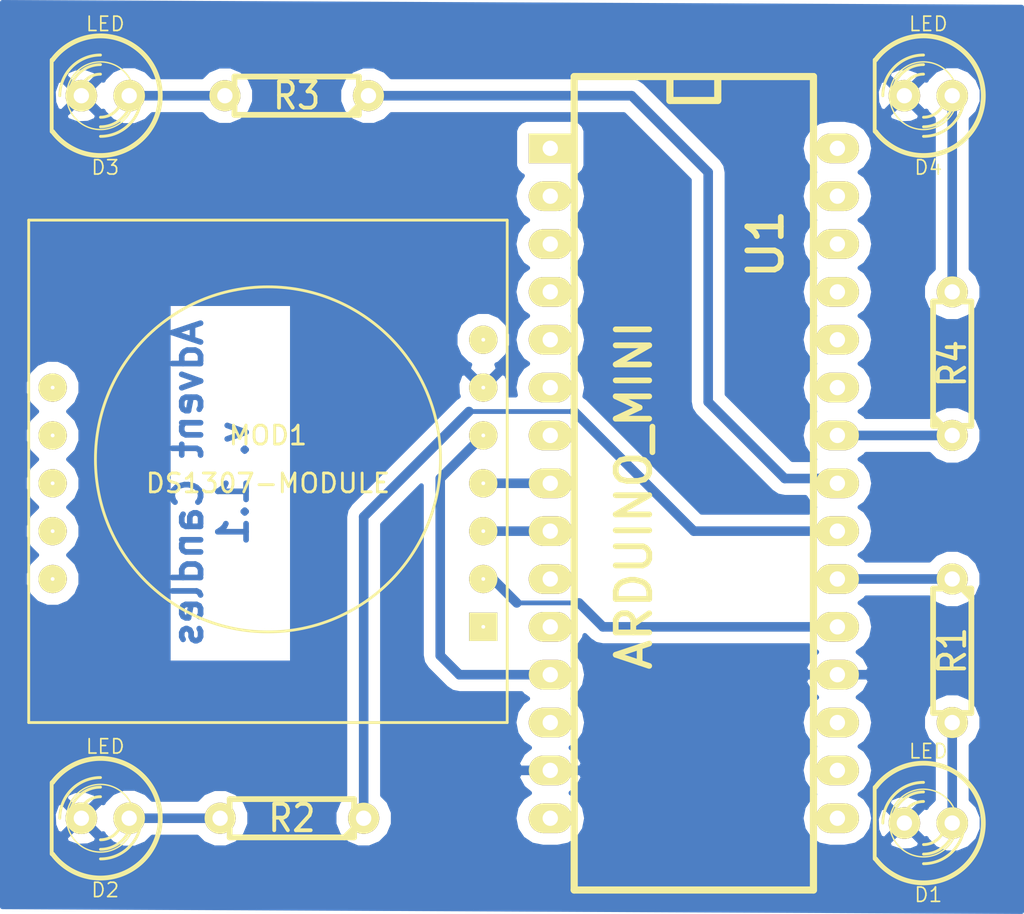
<source format=kicad_pcb>
(kicad_pcb (version 3) (host pcbnew "(2013-07-07 BZR 4022)-stable")

  (general
    (links 18)
    (no_connects 0)
    (area 34.544 32.766 88.900001 81.280001)
    (thickness 1.6)
    (drawings 1)
    (tracks 37)
    (zones 0)
    (modules 10)
    (nets 14)
  )

  (page A3)
  (layers
    (15 F.Cu signal)
    (0 B.Cu signal)
    (16 B.Adhes user)
    (17 F.Adhes user)
    (18 B.Paste user)
    (19 F.Paste user)
    (20 B.SilkS user)
    (21 F.SilkS user)
    (22 B.Mask user)
    (23 F.Mask user)
    (24 Dwgs.User user)
    (25 Cmts.User user)
    (26 Eco1.User user)
    (27 Eco2.User user)
    (28 Edge.Cuts user)
  )

  (setup
    (last_trace_width 0.508)
    (trace_clearance 0.254)
    (zone_clearance 0.618)
    (zone_45_only no)
    (trace_min 0.254)
    (segment_width 0.2)
    (edge_width 0.15)
    (via_size 0.889)
    (via_drill 0.635)
    (via_min_size 0.889)
    (via_min_drill 0.508)
    (uvia_size 0.508)
    (uvia_drill 0.127)
    (uvias_allowed no)
    (uvia_min_size 0.508)
    (uvia_min_drill 0.127)
    (pcb_text_width 0.3)
    (pcb_text_size 1.5 1.5)
    (mod_edge_width 0.15)
    (mod_text_size 1.5 1.5)
    (mod_text_width 0.15)
    (pad_size 1.5 1.5)
    (pad_drill 0.2)
    (pad_to_mask_clearance 0.2)
    (aux_axis_origin 0 0)
    (visible_elements 7FFFFFFF)
    (pcbplotparams
      (layerselection 3178497)
      (usegerberextensions true)
      (excludeedgelayer true)
      (linewidth 0.500000)
      (plotframeref false)
      (viasonmask false)
      (mode 1)
      (useauxorigin false)
      (hpglpennumber 1)
      (hpglpenspeed 20)
      (hpglpendiameter 15)
      (hpglpenoverlay 2)
      (psnegative false)
      (psa4output false)
      (plotreference true)
      (plotvalue true)
      (plotothertext true)
      (plotinvisibletext false)
      (padsonsilk false)
      (subtractmaskfromsilk false)
      (outputformat 1)
      (mirror false)
      (drillshape 1)
      (scaleselection 1)
      (outputdirectory ""))
  )

  (net 0 "")
  (net 1 GND)
  (net 2 N-000001)
  (net 3 N-0000010)
  (net 4 N-0000011)
  (net 5 N-000002)
  (net 6 N-000003)
  (net 7 N-0000032)
  (net 8 N-0000033)
  (net 9 N-000004)
  (net 10 N-000006)
  (net 11 N-000007)
  (net 12 N-000008)
  (net 13 N-000009)

  (net_class Default "Toto je výchozí třída sítě."
    (clearance 0.254)
    (trace_width 0.508)
    (via_dia 0.889)
    (via_drill 0.635)
    (uvia_dia 0.508)
    (uvia_drill 0.127)
    (add_net "")
    (add_net GND)
    (add_net N-000001)
    (add_net N-0000010)
    (add_net N-0000011)
    (add_net N-000002)
    (add_net N-000003)
    (add_net N-0000032)
    (add_net N-0000033)
    (add_net N-000004)
    (add_net N-000006)
    (add_net N-000007)
    (add_net N-000008)
    (add_net N-000009)
  )

  (module R3-LARGE_PADS (layer F.Cu) (tedit 54968F7A) (tstamp 54968E37)
    (at 85.09 67.31 270)
    (descr "Resitance 3 pas")
    (tags R)
    (path /5493C763)
    (autoplace_cost180 10)
    (fp_text reference R1 (at 0 0 270) (layer F.SilkS)
      (effects (font (size 1.397 1.27) (thickness 0.2032)))
    )
    (fp_text value R (at 0 0 270) (layer F.SilkS) hide
      (effects (font (size 1.397 1.27) (thickness 0.2032)))
    )
    (fp_line (start -3.81 0) (end -3.302 0) (layer F.SilkS) (width 0.3048))
    (fp_line (start 3.81 0) (end 3.302 0) (layer F.SilkS) (width 0.3048))
    (fp_line (start 3.302 0) (end 3.302 -1.016) (layer F.SilkS) (width 0.3048))
    (fp_line (start 3.302 -1.016) (end -3.302 -1.016) (layer F.SilkS) (width 0.3048))
    (fp_line (start -3.302 -1.016) (end -3.302 1.016) (layer F.SilkS) (width 0.3048))
    (fp_line (start -3.302 1.016) (end 3.302 1.016) (layer F.SilkS) (width 0.3048))
    (fp_line (start 3.302 1.016) (end 3.302 0) (layer F.SilkS) (width 0.3048))
    (fp_line (start -3.302 -0.508) (end -2.794 -1.016) (layer F.SilkS) (width 0.3048))
    (pad 1 thru_hole circle (at -3.81 0 270) (size 1.651 1.651) (drill 0.8128)
      (layers *.Cu *.Mask F.SilkS)
      (net 4 N-0000011)
    )
    (pad 2 thru_hole circle (at 3.81 0 270) (size 1.651 1.651) (drill 0.8128)
      (layers *.Cu *.Mask F.SilkS)
      (net 6 N-000003)
    )
    (model discret/resistor.wrl
      (at (xyz 0 0 0))
      (scale (xyz 0.3 0.3 0.3))
      (rotate (xyz 0 0 0))
    )
  )

  (module R3-LARGE_PADS (layer F.Cu) (tedit 47E26765) (tstamp 54968E45)
    (at 50.038 76.2 180)
    (descr "Resitance 3 pas")
    (tags R)
    (path /5493C770)
    (autoplace_cost180 10)
    (fp_text reference R2 (at 0 0 180) (layer F.SilkS)
      (effects (font (size 1.397 1.27) (thickness 0.2032)))
    )
    (fp_text value R (at 0 0 180) (layer F.SilkS) hide
      (effects (font (size 1.397 1.27) (thickness 0.2032)))
    )
    (fp_line (start -3.81 0) (end -3.302 0) (layer F.SilkS) (width 0.3048))
    (fp_line (start 3.81 0) (end 3.302 0) (layer F.SilkS) (width 0.3048))
    (fp_line (start 3.302 0) (end 3.302 -1.016) (layer F.SilkS) (width 0.3048))
    (fp_line (start 3.302 -1.016) (end -3.302 -1.016) (layer F.SilkS) (width 0.3048))
    (fp_line (start -3.302 -1.016) (end -3.302 1.016) (layer F.SilkS) (width 0.3048))
    (fp_line (start -3.302 1.016) (end 3.302 1.016) (layer F.SilkS) (width 0.3048))
    (fp_line (start 3.302 1.016) (end 3.302 0) (layer F.SilkS) (width 0.3048))
    (fp_line (start -3.302 -0.508) (end -2.794 -1.016) (layer F.SilkS) (width 0.3048))
    (pad 1 thru_hole circle (at -3.81 0 180) (size 1.651 1.651) (drill 0.8128)
      (layers *.Cu *.Mask F.SilkS)
      (net 3 N-0000010)
    )
    (pad 2 thru_hole circle (at 3.81 0 180) (size 1.651 1.651) (drill 0.8128)
      (layers *.Cu *.Mask F.SilkS)
      (net 5 N-000002)
    )
    (model discret/resistor.wrl
      (at (xyz 0 0 0))
      (scale (xyz 0.3 0.3 0.3))
      (rotate (xyz 0 0 0))
    )
  )

  (module R3-LARGE_PADS (layer F.Cu) (tedit 47E26765) (tstamp 54968E53)
    (at 50.292 37.846 180)
    (descr "Resitance 3 pas")
    (tags R)
    (path /5493C776)
    (autoplace_cost180 10)
    (fp_text reference R3 (at 0 0 180) (layer F.SilkS)
      (effects (font (size 1.397 1.27) (thickness 0.2032)))
    )
    (fp_text value R (at 0 0 180) (layer F.SilkS) hide
      (effects (font (size 1.397 1.27) (thickness 0.2032)))
    )
    (fp_line (start -3.81 0) (end -3.302 0) (layer F.SilkS) (width 0.3048))
    (fp_line (start 3.81 0) (end 3.302 0) (layer F.SilkS) (width 0.3048))
    (fp_line (start 3.302 0) (end 3.302 -1.016) (layer F.SilkS) (width 0.3048))
    (fp_line (start 3.302 -1.016) (end -3.302 -1.016) (layer F.SilkS) (width 0.3048))
    (fp_line (start -3.302 -1.016) (end -3.302 1.016) (layer F.SilkS) (width 0.3048))
    (fp_line (start -3.302 1.016) (end 3.302 1.016) (layer F.SilkS) (width 0.3048))
    (fp_line (start 3.302 1.016) (end 3.302 0) (layer F.SilkS) (width 0.3048))
    (fp_line (start -3.302 -0.508) (end -2.794 -1.016) (layer F.SilkS) (width 0.3048))
    (pad 1 thru_hole circle (at -3.81 0 180) (size 1.651 1.651) (drill 0.8128)
      (layers *.Cu *.Mask F.SilkS)
      (net 13 N-000009)
    )
    (pad 2 thru_hole circle (at 3.81 0 180) (size 1.651 1.651) (drill 0.8128)
      (layers *.Cu *.Mask F.SilkS)
      (net 2 N-000001)
    )
    (model discret/resistor.wrl
      (at (xyz 0 0 0))
      (scale (xyz 0.3 0.3 0.3))
      (rotate (xyz 0 0 0))
    )
  )

  (module R3-LARGE_PADS (layer F.Cu) (tedit 47E26765) (tstamp 54968E61)
    (at 85.09 52.07 90)
    (descr "Resitance 3 pas")
    (tags R)
    (path /5493C77C)
    (autoplace_cost180 10)
    (fp_text reference R4 (at 0 0 90) (layer F.SilkS)
      (effects (font (size 1.397 1.27) (thickness 0.2032)))
    )
    (fp_text value R (at 0 0 90) (layer F.SilkS) hide
      (effects (font (size 1.397 1.27) (thickness 0.2032)))
    )
    (fp_line (start -3.81 0) (end -3.302 0) (layer F.SilkS) (width 0.3048))
    (fp_line (start 3.81 0) (end 3.302 0) (layer F.SilkS) (width 0.3048))
    (fp_line (start 3.302 0) (end 3.302 -1.016) (layer F.SilkS) (width 0.3048))
    (fp_line (start 3.302 -1.016) (end -3.302 -1.016) (layer F.SilkS) (width 0.3048))
    (fp_line (start -3.302 -1.016) (end -3.302 1.016) (layer F.SilkS) (width 0.3048))
    (fp_line (start -3.302 1.016) (end 3.302 1.016) (layer F.SilkS) (width 0.3048))
    (fp_line (start 3.302 1.016) (end 3.302 0) (layer F.SilkS) (width 0.3048))
    (fp_line (start -3.302 -0.508) (end -2.794 -1.016) (layer F.SilkS) (width 0.3048))
    (pad 1 thru_hole circle (at -3.81 0 90) (size 1.651 1.651) (drill 0.8128)
      (layers *.Cu *.Mask F.SilkS)
      (net 12 N-000008)
    )
    (pad 2 thru_hole circle (at 3.81 0 90) (size 1.651 1.651) (drill 0.8128)
      (layers *.Cu *.Mask F.SilkS)
      (net 9 N-000004)
    )
    (model discret/resistor.wrl
      (at (xyz 0 0 0))
      (scale (xyz 0.3 0.3 0.3))
      (rotate (xyz 0 0 0))
    )
  )

  (module LED-5MM (layer F.Cu) (tedit 50ADE86B) (tstamp 54969277)
    (at 83.82 76.454 180)
    (descr "LED 5mm - Lead pitch 100mil (2,54mm)")
    (tags "LED led 5mm 5MM 100mil 2,54mm")
    (path /5493C784)
    (fp_text reference D1 (at 0 -3.81 180) (layer F.SilkS)
      (effects (font (size 0.762 0.762) (thickness 0.0889)))
    )
    (fp_text value LED (at 0 3.81 180) (layer F.SilkS)
      (effects (font (size 0.762 0.762) (thickness 0.0889)))
    )
    (fp_line (start 2.8448 1.905) (end 2.8448 -1.905) (layer F.SilkS) (width 0.2032))
    (fp_circle (center 0.254 0) (end -1.016 1.27) (layer F.SilkS) (width 0.0762))
    (fp_arc (start 0.254 0) (end 2.794 1.905) (angle 286.2) (layer F.SilkS) (width 0.254))
    (fp_arc (start 0.254 0) (end -0.889 0) (angle 90) (layer F.SilkS) (width 0.1524))
    (fp_arc (start 0.254 0) (end 1.397 0) (angle 90) (layer F.SilkS) (width 0.1524))
    (fp_arc (start 0.254 0) (end -1.397 0) (angle 90) (layer F.SilkS) (width 0.1524))
    (fp_arc (start 0.254 0) (end 1.905 0) (angle 90) (layer F.SilkS) (width 0.1524))
    (fp_arc (start 0.254 0) (end -1.905 0) (angle 90) (layer F.SilkS) (width 0.1524))
    (fp_arc (start 0.254 0) (end 2.413 0) (angle 90) (layer F.SilkS) (width 0.1524))
    (pad 1 thru_hole circle (at -1.27 0 180) (size 1.6764 1.6764) (drill 0.8128)
      (layers *.Cu *.Mask F.SilkS)
      (net 6 N-000003)
    )
    (pad 2 thru_hole circle (at 1.27 0 180) (size 1.6764 1.6764) (drill 0.8128)
      (layers *.Cu *.Mask F.SilkS)
      (net 1 GND)
    )
    (model discret/leds/led5_vertical_verde.wrl
      (at (xyz 0 0 0))
      (scale (xyz 1 1 1))
      (rotate (xyz 0 0 0))
    )
  )

  (module LED-5MM (layer F.Cu) (tedit 50ADE86B) (tstamp 54968E7F)
    (at 40.132 76.2 180)
    (descr "LED 5mm - Lead pitch 100mil (2,54mm)")
    (tags "LED led 5mm 5MM 100mil 2,54mm")
    (path /5493C791)
    (fp_text reference D2 (at 0 -3.81 180) (layer F.SilkS)
      (effects (font (size 0.762 0.762) (thickness 0.0889)))
    )
    (fp_text value LED (at 0 3.81 180) (layer F.SilkS)
      (effects (font (size 0.762 0.762) (thickness 0.0889)))
    )
    (fp_line (start 2.8448 1.905) (end 2.8448 -1.905) (layer F.SilkS) (width 0.2032))
    (fp_circle (center 0.254 0) (end -1.016 1.27) (layer F.SilkS) (width 0.0762))
    (fp_arc (start 0.254 0) (end 2.794 1.905) (angle 286.2) (layer F.SilkS) (width 0.254))
    (fp_arc (start 0.254 0) (end -0.889 0) (angle 90) (layer F.SilkS) (width 0.1524))
    (fp_arc (start 0.254 0) (end 1.397 0) (angle 90) (layer F.SilkS) (width 0.1524))
    (fp_arc (start 0.254 0) (end -1.397 0) (angle 90) (layer F.SilkS) (width 0.1524))
    (fp_arc (start 0.254 0) (end 1.905 0) (angle 90) (layer F.SilkS) (width 0.1524))
    (fp_arc (start 0.254 0) (end -1.905 0) (angle 90) (layer F.SilkS) (width 0.1524))
    (fp_arc (start 0.254 0) (end 2.413 0) (angle 90) (layer F.SilkS) (width 0.1524))
    (pad 1 thru_hole circle (at -1.27 0 180) (size 1.6764 1.6764) (drill 0.8128)
      (layers *.Cu *.Mask F.SilkS)
      (net 5 N-000002)
    )
    (pad 2 thru_hole circle (at 1.27 0 180) (size 1.6764 1.6764) (drill 0.8128)
      (layers *.Cu *.Mask F.SilkS)
      (net 1 GND)
    )
    (model discret/leds/led5_vertical_verde.wrl
      (at (xyz 0 0 0))
      (scale (xyz 1 1 1))
      (rotate (xyz 0 0 0))
    )
  )

  (module LED-5MM (layer F.Cu) (tedit 50ADE86B) (tstamp 54968E8E)
    (at 40.132 37.846 180)
    (descr "LED 5mm - Lead pitch 100mil (2,54mm)")
    (tags "LED led 5mm 5MM 100mil 2,54mm")
    (path /5493C797)
    (fp_text reference D3 (at 0 -3.81 180) (layer F.SilkS)
      (effects (font (size 0.762 0.762) (thickness 0.0889)))
    )
    (fp_text value LED (at 0 3.81 180) (layer F.SilkS)
      (effects (font (size 0.762 0.762) (thickness 0.0889)))
    )
    (fp_line (start 2.8448 1.905) (end 2.8448 -1.905) (layer F.SilkS) (width 0.2032))
    (fp_circle (center 0.254 0) (end -1.016 1.27) (layer F.SilkS) (width 0.0762))
    (fp_arc (start 0.254 0) (end 2.794 1.905) (angle 286.2) (layer F.SilkS) (width 0.254))
    (fp_arc (start 0.254 0) (end -0.889 0) (angle 90) (layer F.SilkS) (width 0.1524))
    (fp_arc (start 0.254 0) (end 1.397 0) (angle 90) (layer F.SilkS) (width 0.1524))
    (fp_arc (start 0.254 0) (end -1.397 0) (angle 90) (layer F.SilkS) (width 0.1524))
    (fp_arc (start 0.254 0) (end 1.905 0) (angle 90) (layer F.SilkS) (width 0.1524))
    (fp_arc (start 0.254 0) (end -1.905 0) (angle 90) (layer F.SilkS) (width 0.1524))
    (fp_arc (start 0.254 0) (end 2.413 0) (angle 90) (layer F.SilkS) (width 0.1524))
    (pad 1 thru_hole circle (at -1.27 0 180) (size 1.6764 1.6764) (drill 0.8128)
      (layers *.Cu *.Mask F.SilkS)
      (net 2 N-000001)
    )
    (pad 2 thru_hole circle (at 1.27 0 180) (size 1.6764 1.6764) (drill 0.8128)
      (layers *.Cu *.Mask F.SilkS)
      (net 1 GND)
    )
    (model discret/leds/led5_vertical_verde.wrl
      (at (xyz 0 0 0))
      (scale (xyz 1 1 1))
      (rotate (xyz 0 0 0))
    )
  )

  (module LED-5MM (layer F.Cu) (tedit 50ADE86B) (tstamp 54968E9D)
    (at 83.82 37.846 180)
    (descr "LED 5mm - Lead pitch 100mil (2,54mm)")
    (tags "LED led 5mm 5MM 100mil 2,54mm")
    (path /5493C79D)
    (fp_text reference D4 (at 0 -3.81 180) (layer F.SilkS)
      (effects (font (size 0.762 0.762) (thickness 0.0889)))
    )
    (fp_text value LED (at 0 3.81 180) (layer F.SilkS)
      (effects (font (size 0.762 0.762) (thickness 0.0889)))
    )
    (fp_line (start 2.8448 1.905) (end 2.8448 -1.905) (layer F.SilkS) (width 0.2032))
    (fp_circle (center 0.254 0) (end -1.016 1.27) (layer F.SilkS) (width 0.0762))
    (fp_arc (start 0.254 0) (end 2.794 1.905) (angle 286.2) (layer F.SilkS) (width 0.254))
    (fp_arc (start 0.254 0) (end -0.889 0) (angle 90) (layer F.SilkS) (width 0.1524))
    (fp_arc (start 0.254 0) (end 1.397 0) (angle 90) (layer F.SilkS) (width 0.1524))
    (fp_arc (start 0.254 0) (end -1.397 0) (angle 90) (layer F.SilkS) (width 0.1524))
    (fp_arc (start 0.254 0) (end 1.905 0) (angle 90) (layer F.SilkS) (width 0.1524))
    (fp_arc (start 0.254 0) (end -1.905 0) (angle 90) (layer F.SilkS) (width 0.1524))
    (fp_arc (start 0.254 0) (end 2.413 0) (angle 90) (layer F.SilkS) (width 0.1524))
    (pad 1 thru_hole circle (at -1.27 0 180) (size 1.6764 1.6764) (drill 0.8128)
      (layers *.Cu *.Mask F.SilkS)
      (net 9 N-000004)
    )
    (pad 2 thru_hole circle (at 1.27 0 180) (size 1.6764 1.6764) (drill 0.8128)
      (layers *.Cu *.Mask F.SilkS)
      (net 1 GND)
    )
    (model discret/leds/led5_vertical_verde.wrl
      (at (xyz 0 0 0))
      (scale (xyz 1 1 1))
      (rotate (xyz 0 0 0))
    )
  )

  (module DS1307-MODULE (layer F.Cu) (tedit 549692E0) (tstamp 54969088)
    (at 48.768 58.42 180)
    (path /5493C6EE)
    (fp_text reference MOD1 (at 0 2.54 180) (layer F.SilkS)
      (effects (font (size 1 1) (thickness 0.15)))
    )
    (fp_text value DS1307-MODULE (at 0 0 180) (layer F.SilkS)
      (effects (font (size 1 1) (thickness 0.15)))
    )
    (fp_circle (center 0 1.27) (end 7.62 6.35) (layer F.SilkS) (width 0.15))
    (fp_line (start -12.7 -12.7) (end 12.7 -12.7) (layer F.SilkS) (width 0.15))
    (fp_line (start 12.7 -12.7) (end 12.7 13.97) (layer F.SilkS) (width 0.15))
    (fp_line (start 12.7 13.97) (end -12.7 13.97) (layer F.SilkS) (width 0.15))
    (fp_line (start -12.7 13.97) (end -12.7 -12.7) (layer F.SilkS) (width 0.15))
    (pad 2 thru_hole circle (at -11.43 -5.08 180) (size 1.5 1.5) (drill 0.2)
      (layers *.Cu *.Mask F.SilkS)
      (net 8 N-0000033)
    )
    (pad 3 thru_hole circle (at -11.43 -2.54 180) (size 1.5 1.5) (drill 0.2)
      (layers *.Cu *.Mask F.SilkS)
      (net 7 N-0000032)
    )
    (pad 4 thru_hole circle (at -11.43 0 180) (size 1.5 1.5) (drill 0.2)
      (layers *.Cu *.Mask F.SilkS)
      (net 11 N-000007)
    )
    (pad 5 thru_hole circle (at -11.43 2.54 180) (size 1.5 1.5) (drill 0.2)
      (layers *.Cu *.Mask F.SilkS)
      (net 10 N-000006)
    )
    (pad 6 thru_hole circle (at -11.43 5.08 180) (size 1.5 1.5) (drill 0.2)
      (layers *.Cu *.Mask F.SilkS)
      (net 1 GND)
    )
    (pad 7 thru_hole circle (at -11.43 7.62 180) (size 1.5 1.5) (drill 0.2)
      (layers *.Cu *.Mask F.SilkS)
    )
    (pad 8 thru_hole circle (at 11.43 5.08 180) (size 1.5 1.5) (drill 0.2)
      (layers *.Cu *.Mask F.SilkS)
    )
    (pad 9 thru_hole circle (at 11.43 2.54 180) (size 1.5 1.5) (drill 0.2)
      (layers *.Cu *.Mask F.SilkS)
    )
    (pad 10 thru_hole circle (at 11.43 0 180) (size 1.5 1.5) (drill 0.2)
      (layers *.Cu *.Mask F.SilkS)
    )
    (pad 11 thru_hole circle (at 11.43 -2.54 180) (size 1.5 1.5) (drill 0.2)
      (layers *.Cu *.Mask F.SilkS)
    )
    (pad 12 thru_hole circle (at 11.43 -5.08 180) (size 1.5 1.5) (drill 0.2)
      (layers *.Cu *.Mask F.SilkS)
    )
    (pad 1 thru_hole rect (at -11.43 -7.62 180) (size 1.5 1.5) (drill 0.2)
      (layers *.Cu *.Mask F.SilkS)
    )
  )

  (module arduino_mini (layer F.Cu) (tedit 507C2E55) (tstamp 54969257)
    (at 71.374 59.69 270)
    (descr "30 pins DIL package, elliptical pads, width 600mil (arduino mini)")
    (tags "DIL arduino mini")
    (path /5493C428)
    (fp_text reference U1 (at -13.97 -3.81 270) (layer F.SilkS)
      (effects (font (size 1.778 1.778) (thickness 0.3048)))
    )
    (fp_text value ARDUINO_MINI (at -0.635 3.175 270) (layer F.SilkS)
      (effects (font (size 1.778 1.778) (thickness 0.3048)))
    )
    (fp_line (start -22.86 -6.35) (end 20.32 -6.35) (layer F.SilkS) (width 0.381))
    (fp_line (start 20.32 -6.35) (end 20.32 6.35) (layer F.SilkS) (width 0.381))
    (fp_line (start 20.32 6.35) (end -22.86 6.35) (layer F.SilkS) (width 0.381))
    (fp_line (start -22.86 6.35) (end -22.86 -6.35) (layer F.SilkS) (width 0.381))
    (fp_line (start -22.86 1.27) (end -21.59 1.27) (layer F.SilkS) (width 0.381))
    (fp_line (start -21.59 1.27) (end -21.59 -1.27) (layer F.SilkS) (width 0.381))
    (fp_line (start -21.59 -1.27) (end -22.86 -1.27) (layer F.SilkS) (width 0.381))
    (pad 1 thru_hole rect (at -19.05 7.62 270) (size 1.5748 2.286) (drill 0.8128)
      (layers *.Cu *.Mask F.SilkS)
    )
    (pad 2 thru_hole oval (at -16.51 7.62 270) (size 1.5748 2.286) (drill 0.8128)
      (layers *.Cu *.Mask F.SilkS)
    )
    (pad 3 thru_hole oval (at -13.97 7.62 270) (size 1.5748 2.286) (drill 0.8128)
      (layers *.Cu *.Mask F.SilkS)
    )
    (pad 4 thru_hole oval (at -11.43 7.62 270) (size 1.5748 2.286) (drill 0.8128)
      (layers *.Cu *.Mask F.SilkS)
    )
    (pad 5 thru_hole oval (at -8.89 7.62 270) (size 1.5748 2.286) (drill 0.8128)
      (layers *.Cu *.Mask F.SilkS)
    )
    (pad 6 thru_hole oval (at -6.35 7.62 270) (size 1.5748 2.286) (drill 0.8128)
      (layers *.Cu *.Mask F.SilkS)
    )
    (pad 7 thru_hole oval (at -3.81 7.62 270) (size 1.5748 2.286) (drill 0.8128)
      (layers *.Cu *.Mask F.SilkS)
    )
    (pad 8 thru_hole oval (at -1.27 7.62 270) (size 1.5748 2.286) (drill 0.8128)
      (layers *.Cu *.Mask F.SilkS)
      (net 11 N-000007)
    )
    (pad 9 thru_hole oval (at 1.27 7.62 270) (size 1.5748 2.286) (drill 0.8128)
      (layers *.Cu *.Mask F.SilkS)
      (net 7 N-0000032)
    )
    (pad 10 thru_hole oval (at 3.81 7.62 270) (size 1.5748 2.286) (drill 0.8128)
      (layers *.Cu *.Mask F.SilkS)
    )
    (pad 11 thru_hole oval (at 6.35 7.62 270) (size 1.5748 2.286) (drill 0.8128)
      (layers *.Cu *.Mask F.SilkS)
    )
    (pad 12 thru_hole oval (at 8.89 7.62 270) (size 1.5748 2.286) (drill 0.8128)
      (layers *.Cu *.Mask F.SilkS)
      (net 10 N-000006)
    )
    (pad 13 thru_hole oval (at 11.43 7.62 270) (size 1.5748 2.286) (drill 0.8128)
      (layers *.Cu *.Mask F.SilkS)
    )
    (pad 14 thru_hole oval (at 13.97 7.62 270) (size 1.5748 2.286) (drill 0.8128)
      (layers *.Cu *.Mask F.SilkS)
      (net 1 GND)
    )
    (pad 15 thru_hole oval (at 16.51 7.62 270) (size 1.5748 2.286) (drill 0.8128)
      (layers *.Cu *.Mask F.SilkS)
    )
    (pad 16 thru_hole oval (at 16.51 -7.62 270) (size 1.5748 2.286) (drill 0.8128)
      (layers *.Cu *.Mask F.SilkS)
    )
    (pad 17 thru_hole oval (at 13.97 -7.62 270) (size 1.5748 2.286) (drill 0.8128)
      (layers *.Cu *.Mask F.SilkS)
    )
    (pad 18 thru_hole oval (at 11.43 -7.62 270) (size 1.5748 2.286) (drill 0.8128)
      (layers *.Cu *.Mask F.SilkS)
    )
    (pad 19 thru_hole oval (at 8.89 -7.62 270) (size 1.5748 2.286) (drill 0.8128)
      (layers *.Cu *.Mask F.SilkS)
      (net 1 GND)
    )
    (pad 20 thru_hole oval (at 6.35 -7.62 270) (size 1.5748 2.286) (drill 0.8128)
      (layers *.Cu *.Mask F.SilkS)
      (net 8 N-0000033)
    )
    (pad 21 thru_hole oval (at 3.81 -7.62 270) (size 1.5748 2.286) (drill 0.8128)
      (layers *.Cu *.Mask F.SilkS)
      (net 4 N-0000011)
    )
    (pad 22 thru_hole oval (at 1.27 -7.62 270) (size 1.5748 2.286) (drill 0.8128)
      (layers *.Cu *.Mask F.SilkS)
      (net 3 N-0000010)
    )
    (pad 23 thru_hole oval (at -1.27 -7.62 270) (size 1.5748 2.286) (drill 0.8128)
      (layers *.Cu *.Mask F.SilkS)
      (net 13 N-000009)
    )
    (pad 24 thru_hole oval (at -3.81 -7.62 270) (size 1.5748 2.286) (drill 0.8128)
      (layers *.Cu *.Mask F.SilkS)
      (net 12 N-000008)
    )
    (pad 25 thru_hole oval (at -6.35 -7.62 270) (size 1.5748 2.286) (drill 0.8128)
      (layers *.Cu *.Mask F.SilkS)
    )
    (pad 26 thru_hole oval (at -8.89 -7.62 270) (size 1.5748 2.286) (drill 0.8128)
      (layers *.Cu *.Mask F.SilkS)
    )
    (pad 27 thru_hole oval (at -11.43 -7.62 270) (size 1.5748 2.286) (drill 0.8128)
      (layers *.Cu *.Mask F.SilkS)
    )
    (pad 28 thru_hole oval (at -13.97 -7.62 270) (size 1.5748 2.286) (drill 0.8128)
      (layers *.Cu *.Mask F.SilkS)
    )
    (pad 29 thru_hole oval (at -16.51 -7.62 270) (size 1.5748 2.286) (drill 0.8128)
      (layers *.Cu *.Mask F.SilkS)
    )
    (pad 30 thru_hole oval (at -19.05 -7.62 270) (size 1.5748 2.286) (drill 0.8128)
      (layers *.Cu *.Mask F.SilkS)
    )
  )

  (gr_text "Advent Candles\nv. 1.1" (at 45.72 58.42 90) (layer B.Cu)
    (effects (font (size 1.5 1.5) (thickness 0.3)) (justify mirror))
  )

  (segment (start 46.482 37.846) (end 41.402 37.846) (width 0.508) (layer B.Cu) (net 2))
  (segment (start 53.848 76.2) (end 53.848 60.198) (width 0.508) (layer B.Cu) (net 3))
  (segment (start 53.848 60.198) (end 59.436 54.61) (width 0.508) (layer B.Cu) (net 3) (tstamp 54969538))
  (segment (start 59.436 54.61) (end 65.024 54.61) (width 0.254) (layer B.Cu) (net 3) (tstamp 5496953A))
  (segment (start 65.024 54.61) (end 71.374 60.96) (width 0.508) (layer B.Cu) (net 3) (tstamp 5496953C))
  (segment (start 71.374 60.96) (end 78.994 60.96) (width 0.508) (layer B.Cu) (net 3) (tstamp 5496953E))
  (segment (start 85.09 63.5) (end 78.74 63.5) (width 0.508) (layer B.Cu) (net 4))
  (segment (start 78.74 63.5) (end 78.994 63.5) (width 0.508) (layer B.Cu) (net 4) (tstamp 5496951B))
  (segment (start 41.402 76.2) (end 45.974 76.2) (width 0.508) (layer B.Cu) (net 5))
  (segment (start 45.974 76.2) (end 46.228 76.2) (width 0.508) (layer B.Cu) (net 5) (tstamp 5496952E))
  (segment (start 85.09 71.12) (end 85.09 76.2) (width 0.508) (layer B.Cu) (net 6))
  (segment (start 84.836 76.454) (end 85.09 76.454) (width 0.508) (layer B.Cu) (net 6) (tstamp 5496951E))
  (segment (start 85.09 76.2) (end 84.836 76.454) (width 0.508) (layer B.Cu) (net 6) (tstamp 5496951C))
  (segment (start 63.754 60.96) (end 60.452 60.96) (width 0.508) (layer B.Cu) (net 7))
  (segment (start 60.452 60.96) (end 60.198 60.96) (width 0.508) (layer B.Cu) (net 7) (tstamp 549695B2))
  (segment (start 78.994 66.04) (end 66.548 66.04) (width 0.508) (layer B.Cu) (net 8))
  (segment (start 66.548 66.04) (end 65.278 64.77) (width 0.508) (layer B.Cu) (net 8) (tstamp 549694F6))
  (segment (start 65.278 64.77) (end 61.976 64.77) (width 0.254) (layer B.Cu) (net 8) (tstamp 549694F8))
  (segment (start 61.976 64.77) (end 60.706 63.5) (width 0.508) (layer B.Cu) (net 8) (tstamp 549694FA))
  (segment (start 60.706 63.5) (end 60.198 63.5) (width 0.508) (layer B.Cu) (net 8) (tstamp 549694FC))
  (segment (start 85.09 48.26) (end 85.09 37.846) (width 0.508) (layer B.Cu) (net 9))
  (segment (start 60.198 55.88) (end 60.198 55.88) (width 0.508) (layer B.Cu) (net 10))
  (segment (start 63.5 68.58) (end 63.754 68.58) (width 0.508) (layer B.Cu) (net 10) (tstamp 549695CB))
  (segment (start 58.928 68.58) (end 63.5 68.58) (width 0.508) (layer B.Cu) (net 10) (tstamp 549695C9))
  (segment (start 57.912 67.564) (end 58.928 68.58) (width 0.508) (layer B.Cu) (net 10) (tstamp 549695C8))
  (segment (start 57.912 58.166) (end 57.912 67.564) (width 0.508) (layer B.Cu) (net 10) (tstamp 549695C7))
  (segment (start 60.198 55.88) (end 57.912 58.166) (width 0.508) (layer B.Cu) (net 10) (tstamp 549695C6))
  (segment (start 60.198 58.42) (end 63.5 58.42) (width 0.508) (layer B.Cu) (net 11))
  (segment (start 63.5 58.42) (end 63.754 58.42) (width 0.508) (layer B.Cu) (net 11) (tstamp 549695B0))
  (segment (start 85.09 55.88) (end 78.74 55.88) (width 0.508) (layer B.Cu) (net 12))
  (segment (start 78.74 55.88) (end 78.994 55.88) (width 0.508) (layer B.Cu) (net 12) (tstamp 54969519))
  (segment (start 54.102 37.846) (end 68.072 37.846) (width 0.508) (layer B.Cu) (net 13))
  (segment (start 78.74 58.166) (end 78.994 58.42) (width 0.508) (layer B.Cu) (net 13) (tstamp 54969529))
  (segment (start 76.2 58.166) (end 78.74 58.166) (width 0.508) (layer B.Cu) (net 13) (tstamp 54969527))
  (segment (start 72.136 54.102) (end 76.2 58.166) (width 0.508) (layer B.Cu) (net 13) (tstamp 54969525))
  (segment (start 72.136 41.91) (end 72.136 54.102) (width 0.508) (layer B.Cu) (net 13) (tstamp 54969523))
  (segment (start 68.072 37.846) (end 72.136 41.91) (width 0.508) (layer B.Cu) (net 13) (tstamp 54969521))

  (zone (net 1) (net_name GND) (layer B.Cu) (tstamp 54969563) (hatch edge 0.508)
    (connect_pads (clearance 0.618))
    (min_thickness 0.254)
    (fill (arc_segments 16) (thermal_gap 0.508) (thermal_bridge_width 0.508))
    (polygon
      (pts
        (xy 88.9 81.28) (xy 34.544 81.026) (xy 34.544 32.766) (xy 88.9 33.02)
      )
    )
    (filled_polygon
      (pts
        (xy 88.773 81.152405) (xy 86.673474 81.142594) (xy 86.673474 76.140464) (xy 86.673474 37.532464) (xy 86.432954 36.950361)
        (xy 85.987981 36.504612) (xy 85.406299 36.263076) (xy 84.776464 36.262526) (xy 84.194361 36.503046) (xy 83.748612 36.948019)
        (xy 83.714238 37.030799) (xy 83.585412 36.990193) (xy 83.405807 37.169798) (xy 83.405807 36.810588) (xy 83.326982 36.56051)
        (xy 82.775903 36.361024) (xy 82.190432 36.387612) (xy 81.773018 36.56051) (xy 81.694193 36.810588) (xy 82.55 37.666395)
        (xy 83.405807 36.810588) (xy 83.405807 37.169798) (xy 82.729605 37.846) (xy 83.585412 38.701807) (xy 83.713858 38.66132)
        (xy 83.747046 38.741639) (xy 84.091 39.086192) (xy 84.091 47.038172) (xy 83.759372 47.369222) (xy 83.519774 47.946238)
        (xy 83.519229 48.571021) (xy 83.757819 49.148454) (xy 84.199222 49.590628) (xy 84.776238 49.830226) (xy 85.401021 49.830771)
        (xy 85.978454 49.592181) (xy 86.420628 49.150778) (xy 86.660226 48.573762) (xy 86.660771 47.948979) (xy 86.422181 47.371546)
        (xy 86.089 47.037783) (xy 86.089 39.085772) (xy 86.431388 38.743981) (xy 86.672924 38.162299) (xy 86.673474 37.532464)
        (xy 86.673474 76.140464) (xy 86.432954 75.558361) (xy 86.089 75.213807) (xy 86.089 72.341827) (xy 86.420628 72.010778)
        (xy 86.660226 71.433762) (xy 86.660771 70.808979) (xy 86.660771 63.188979) (xy 86.422181 62.611546) (xy 85.980778 62.169372)
        (xy 85.403762 61.929774) (xy 84.778979 61.929229) (xy 84.201546 62.167819) (xy 83.867783 62.501) (xy 80.526665 62.501)
        (xy 80.470158 62.41643) (xy 80.191146 62.23) (xy 80.470158 62.04357) (xy 80.802341 61.546424) (xy 80.918988 60.96)
        (xy 80.802341 60.373576) (xy 80.470158 59.87643) (xy 80.191146 59.69) (xy 80.470158 59.50357) (xy 80.802341 59.006424)
        (xy 80.918988 58.42) (xy 80.802341 57.833576) (xy 80.470158 57.33643) (xy 80.191146 57.15) (xy 80.470158 56.96357)
        (xy 80.526665 56.879) (xy 83.868172 56.879) (xy 84.199222 57.210628) (xy 84.776238 57.450226) (xy 85.401021 57.450771)
        (xy 85.978454 57.212181) (xy 86.420628 56.770778) (xy 86.660226 56.193762) (xy 86.660771 55.568979) (xy 86.422181 54.991546)
        (xy 85.980778 54.549372) (xy 85.403762 54.309774) (xy 84.778979 54.309229) (xy 84.201546 54.547819) (xy 83.867783 54.881)
        (xy 83.405807 54.881) (xy 83.405807 38.881412) (xy 82.55 38.025605) (xy 82.370395 38.20521) (xy 82.370395 37.846)
        (xy 81.514588 36.990193) (xy 81.26451 37.069018) (xy 81.065024 37.620097) (xy 81.091612 38.205568) (xy 81.26451 38.622982)
        (xy 81.514588 38.701807) (xy 82.370395 37.846) (xy 82.370395 38.20521) (xy 81.694193 38.881412) (xy 81.773018 39.13149)
        (xy 82.324097 39.330976) (xy 82.909568 39.304388) (xy 83.326982 39.13149) (xy 83.405807 38.881412) (xy 83.405807 54.881)
        (xy 80.526665 54.881) (xy 80.470158 54.79643) (xy 80.191146 54.61) (xy 80.470158 54.42357) (xy 80.802341 53.926424)
        (xy 80.918988 53.34) (xy 80.802341 52.753576) (xy 80.470158 52.25643) (xy 80.191146 52.07) (xy 80.470158 51.88357)
        (xy 80.802341 51.386424) (xy 80.918988 50.8) (xy 80.802341 50.213576) (xy 80.470158 49.71643) (xy 80.191146 49.53)
        (xy 80.470158 49.34357) (xy 80.802341 48.846424) (xy 80.918988 48.26) (xy 80.802341 47.673576) (xy 80.470158 47.17643)
        (xy 80.191146 46.99) (xy 80.470158 46.80357) (xy 80.802341 46.306424) (xy 80.918988 45.72) (xy 80.802341 45.133576)
        (xy 80.470158 44.63643) (xy 80.191146 44.45) (xy 80.470158 44.26357) (xy 80.802341 43.766424) (xy 80.918988 43.18)
        (xy 80.802341 42.593576) (xy 80.470158 42.09643) (xy 80.191146 41.91) (xy 80.470158 41.72357) (xy 80.802341 41.226424)
        (xy 80.918988 40.64) (xy 80.802341 40.053576) (xy 80.470158 39.55643) (xy 79.973012 39.224247) (xy 79.386588 39.1076)
        (xy 78.601412 39.1076) (xy 78.014988 39.224247) (xy 77.517842 39.55643) (xy 77.185659 40.053576) (xy 77.069012 40.64)
        (xy 77.185659 41.226424) (xy 77.517842 41.72357) (xy 77.796853 41.91) (xy 77.517842 42.09643) (xy 77.185659 42.593576)
        (xy 77.069012 43.18) (xy 77.185659 43.766424) (xy 77.517842 44.26357) (xy 77.796853 44.45) (xy 77.517842 44.63643)
        (xy 77.185659 45.133576) (xy 77.069012 45.72) (xy 77.185659 46.306424) (xy 77.517842 46.80357) (xy 77.796853 46.99)
        (xy 77.517842 47.17643) (xy 77.185659 47.673576) (xy 77.069012 48.26) (xy 77.185659 48.846424) (xy 77.517842 49.34357)
        (xy 77.796853 49.53) (xy 77.517842 49.71643) (xy 77.185659 50.213576) (xy 77.069012 50.8) (xy 77.185659 51.386424)
        (xy 77.517842 51.88357) (xy 77.796853 52.07) (xy 77.517842 52.25643) (xy 77.185659 52.753576) (xy 77.069012 53.34)
        (xy 77.185659 53.926424) (xy 77.517842 54.42357) (xy 77.796853 54.61) (xy 77.517842 54.79643) (xy 77.185659 55.293576)
        (xy 77.069012 55.88) (xy 77.185659 56.466424) (xy 77.517842 56.96357) (xy 77.796853 57.15) (xy 77.771411 57.167)
        (xy 76.613799 57.167) (xy 73.135 53.6882) (xy 73.135 41.91) (xy 73.134999 41.909999) (xy 73.135 41.909999)
        (xy 73.122383 41.846571) (xy 73.058956 41.527699) (xy 72.8424 41.2036) (xy 72.842396 41.203597) (xy 68.7784 37.1396)
        (xy 68.454301 36.923044) (xy 68.072 36.847) (xy 55.323827 36.847) (xy 54.992778 36.515372) (xy 54.415762 36.275774)
        (xy 53.790979 36.275229) (xy 53.213546 36.513819) (xy 52.771372 36.955222) (xy 52.531774 37.532238) (xy 52.531229 38.157021)
        (xy 52.769819 38.734454) (xy 53.211222 39.176628) (xy 53.788238 39.416226) (xy 54.413021 39.416771) (xy 54.990454 39.178181)
        (xy 55.324216 38.845) (xy 67.6582 38.845) (xy 71.137 42.323799) (xy 71.137 54.102) (xy 71.213044 54.484301)
        (xy 71.4296 54.8084) (xy 75.493597 58.872396) (xy 75.4936 58.8724) (xy 75.817699 59.088956) (xy 76.136571 59.152383)
        (xy 76.199999 59.165) (xy 76.199999 59.164999) (xy 76.2 59.165) (xy 77.291616 59.165) (xy 77.517842 59.50357)
        (xy 77.796853 59.69) (xy 77.517842 59.87643) (xy 77.461334 59.961) (xy 71.7878 59.961) (xy 65.7304 53.9036)
        (xy 65.586064 53.807158) (xy 65.678988 53.34) (xy 65.562341 52.753576) (xy 65.230158 52.25643) (xy 64.951146 52.07)
        (xy 65.230158 51.88357) (xy 65.562341 51.386424) (xy 65.678988 50.8) (xy 65.562341 50.213576) (xy 65.230158 49.71643)
        (xy 64.951146 49.53) (xy 65.230158 49.34357) (xy 65.562341 48.846424) (xy 65.678988 48.26) (xy 65.562341 47.673576)
        (xy 65.230158 47.17643) (xy 64.951146 46.99) (xy 65.230158 46.80357) (xy 65.562341 46.306424) (xy 65.678988 45.72)
        (xy 65.562341 45.133576) (xy 65.230158 44.63643) (xy 64.951146 44.45) (xy 65.230158 44.26357) (xy 65.562341 43.766424)
        (xy 65.678988 43.18) (xy 65.562341 42.593576) (xy 65.230158 42.09643) (xy 65.229606 42.096061) (xy 65.318457 42.059349)
        (xy 65.528212 41.84996) (xy 65.64187 41.57624) (xy 65.642129 41.279861) (xy 65.642129 39.705061) (xy 65.528949 39.431143)
        (xy 65.31956 39.221388) (xy 65.04584 39.10773) (xy 64.749461 39.107471) (xy 62.463461 39.107471) (xy 62.189543 39.220651)
        (xy 61.979788 39.43004) (xy 61.86613 39.70376) (xy 61.865871 40.000139) (xy 61.865871 41.574939) (xy 61.979051 41.848857)
        (xy 62.18844 42.058612) (xy 62.278483 42.096001) (xy 62.277842 42.09643) (xy 61.945659 42.593576) (xy 61.829012 43.18)
        (xy 61.945659 43.766424) (xy 62.277842 44.26357) (xy 62.556853 44.45) (xy 62.277842 44.63643) (xy 61.945659 45.133576)
        (xy 61.829012 45.72) (xy 61.945659 46.306424) (xy 62.277842 46.80357) (xy 62.556853 46.99) (xy 62.277842 47.17643)
        (xy 61.945659 47.673576) (xy 61.829012 48.26) (xy 61.945659 48.846424) (xy 62.277842 49.34357) (xy 62.556853 49.53)
        (xy 62.277842 49.71643) (xy 61.945659 50.213576) (xy 61.829012 50.8) (xy 61.945659 51.386424) (xy 62.277842 51.88357)
        (xy 62.556853 52.07) (xy 62.277842 52.25643) (xy 61.945659 52.753576) (xy 61.829012 53.34) (xy 61.908179 53.738)
        (xy 61.693258 53.738) (xy 61.693258 50.503931) (xy 61.466138 49.954257) (xy 61.045955 49.53334) (xy 60.496678 49.305261)
        (xy 59.901931 49.304742) (xy 59.352257 49.531862) (xy 58.93134 49.952045) (xy 58.703261 50.501322) (xy 58.702742 51.096069)
        (xy 58.929862 51.645743) (xy 59.350045 52.06666) (xy 59.485385 52.122858) (xy 59.474078 52.127542) (xy 59.406088 52.368483)
        (xy 60.198 53.160395) (xy 60.989912 52.368483) (xy 60.921922 52.127542) (xy 60.91013 52.123345) (xy 61.043743 52.068138)
        (xy 61.46466 51.647955) (xy 61.692739 51.098678) (xy 61.693258 50.503931) (xy 61.693258 53.738) (xy 61.52645 53.738)
        (xy 61.595198 53.54483) (xy 61.567228 52.994554) (xy 61.410458 52.616078) (xy 61.169517 52.548088) (xy 60.377605 53.34)
        (xy 60.391747 53.354142) (xy 60.212142 53.533747) (xy 60.198 53.519605) (xy 60.183857 53.533747) (xy 60.004252 53.354142)
        (xy 60.018395 53.34) (xy 59.226483 52.548088) (xy 58.985542 52.616078) (xy 58.800802 53.13517) (xy 58.828772 53.685446)
        (xy 58.878048 53.80441) (xy 58.7296 53.903601) (xy 53.1416 59.4916) (xy 52.925044 59.815699) (xy 52.849 60.198)
        (xy 52.849 74.978172) (xy 52.517372 75.309222) (xy 52.277774 75.886238) (xy 52.277229 76.511021) (xy 52.515819 77.088454)
        (xy 52.957222 77.530628) (xy 53.534238 77.770226) (xy 54.159021 77.770771) (xy 54.736454 77.532181) (xy 55.178628 77.090778)
        (xy 55.418226 76.513762) (xy 55.418771 75.888979) (xy 55.180181 75.311546) (xy 54.847 74.977783) (xy 54.847 60.611799)
        (xy 56.913 58.545799) (xy 56.913 67.564) (xy 56.989044 67.946301) (xy 57.2056 68.2704) (xy 58.221597 69.286396)
        (xy 58.2216 69.2864) (xy 58.545698 69.502955) (xy 58.545699 69.502956) (xy 58.851955 69.563873) (xy 58.927999 69.579)
        (xy 58.927999 69.578999) (xy 58.928 69.579) (xy 62.221334 69.579) (xy 62.277842 69.66357) (xy 62.556853 69.85)
        (xy 62.277842 70.03643) (xy 61.945659 70.533576) (xy 61.829012 71.12) (xy 61.945659 71.706424) (xy 62.277842 72.20357)
        (xy 62.658214 72.457727) (xy 62.302809 72.744014) (xy 62.035673 73.233004) (xy 62.01899 73.31294) (xy 62.141149 73.533)
        (xy 63.627 73.533) (xy 63.627 73.513) (xy 63.881 73.513) (xy 63.881 73.533) (xy 65.366851 73.533)
        (xy 65.48901 73.31294) (xy 65.472327 73.233004) (xy 65.205191 72.744014) (xy 64.849785 72.457727) (xy 65.230158 72.20357)
        (xy 65.562341 71.706424) (xy 65.678988 71.12) (xy 65.562341 70.533576) (xy 65.230158 70.03643) (xy 64.951146 69.85)
        (xy 65.230158 69.66357) (xy 65.562341 69.166424) (xy 65.678988 68.58) (xy 65.562341 67.993576) (xy 65.230158 67.49643)
        (xy 64.951146 67.31) (xy 65.230158 67.12357) (xy 65.562341 66.626424) (xy 65.588767 66.493567) (xy 65.8416 66.7464)
        (xy 66.165699 66.962956) (xy 66.548 67.039) (xy 77.461334 67.039) (xy 77.517842 67.12357) (xy 77.898214 67.377727)
        (xy 77.542809 67.664014) (xy 77.275673 68.153004) (xy 77.25899 68.23294) (xy 77.381149 68.453) (xy 78.867 68.453)
        (xy 78.867 68.433) (xy 79.121 68.433) (xy 79.121 68.453) (xy 80.606851 68.453) (xy 80.72901 68.23294)
        (xy 80.712327 68.153004) (xy 80.445191 67.664014) (xy 80.089785 67.377727) (xy 80.470158 67.12357) (xy 80.802341 66.626424)
        (xy 80.918988 66.04) (xy 80.802341 65.453576) (xy 80.470158 64.95643) (xy 80.191146 64.77) (xy 80.470158 64.58357)
        (xy 80.526665 64.499) (xy 83.868172 64.499) (xy 84.199222 64.830628) (xy 84.776238 65.070226) (xy 85.401021 65.070771)
        (xy 85.978454 64.832181) (xy 86.420628 64.390778) (xy 86.660226 63.813762) (xy 86.660771 63.188979) (xy 86.660771 70.808979)
        (xy 86.422181 70.231546) (xy 85.980778 69.789372) (xy 85.403762 69.549774) (xy 84.778979 69.549229) (xy 84.201546 69.787819)
        (xy 83.759372 70.229222) (xy 83.519774 70.806238) (xy 83.519229 71.431021) (xy 83.757819 72.008454) (xy 84.091 72.342216)
        (xy 84.091 75.214227) (xy 83.748612 75.556019) (xy 83.714238 75.638799) (xy 83.585412 75.598193) (xy 83.405807 75.777798)
        (xy 83.405807 75.418588) (xy 83.326982 75.16851) (xy 82.775903 74.969024) (xy 82.190432 74.995612) (xy 81.773018 75.16851)
        (xy 81.694193 75.418588) (xy 82.55 76.274395) (xy 83.405807 75.418588) (xy 83.405807 75.777798) (xy 82.729605 76.454)
        (xy 83.585412 77.309807) (xy 83.713858 77.26932) (xy 83.747046 77.349639) (xy 84.192019 77.795388) (xy 84.773701 78.036924)
        (xy 85.403536 78.037474) (xy 85.985639 77.796954) (xy 86.431388 77.351981) (xy 86.672924 76.770299) (xy 86.673474 76.140464)
        (xy 86.673474 81.142594) (xy 83.405807 81.127324) (xy 83.405807 77.489412) (xy 82.55 76.633605) (xy 82.370395 76.81321)
        (xy 82.370395 76.454) (xy 81.514588 75.598193) (xy 81.26451 75.677018) (xy 81.065024 76.228097) (xy 81.091612 76.813568)
        (xy 81.26451 77.230982) (xy 81.514588 77.309807) (xy 82.370395 76.454) (xy 82.370395 76.81321) (xy 81.694193 77.489412)
        (xy 81.773018 77.73949) (xy 82.324097 77.938976) (xy 82.909568 77.912388) (xy 83.326982 77.73949) (xy 83.405807 77.489412)
        (xy 83.405807 81.127324) (xy 80.918988 81.115704) (xy 80.918988 76.2) (xy 80.802341 75.613576) (xy 80.470158 75.11643)
        (xy 80.191146 74.93) (xy 80.470158 74.74357) (xy 80.802341 74.246424) (xy 80.918988 73.66) (xy 80.802341 73.073576)
        (xy 80.470158 72.57643) (xy 80.191146 72.39) (xy 80.470158 72.20357) (xy 80.802341 71.706424) (xy 80.918988 71.12)
        (xy 80.802341 70.533576) (xy 80.470158 70.03643) (xy 80.089785 69.782272) (xy 80.445191 69.495986) (xy 80.712327 69.006996)
        (xy 80.72901 68.92706) (xy 80.606851 68.707) (xy 79.121 68.707) (xy 79.121 68.727) (xy 78.867 68.727)
        (xy 78.867 68.707) (xy 77.381149 68.707) (xy 77.25899 68.92706) (xy 77.275673 69.006996) (xy 77.542809 69.495986)
        (xy 77.898214 69.782272) (xy 77.517842 70.03643) (xy 77.185659 70.533576) (xy 77.069012 71.12) (xy 77.185659 71.706424)
        (xy 77.517842 72.20357) (xy 77.796853 72.39) (xy 77.517842 72.57643) (xy 77.185659 73.073576) (xy 77.069012 73.66)
        (xy 77.185659 74.246424) (xy 77.517842 74.74357) (xy 77.796853 74.93) (xy 77.517842 75.11643) (xy 77.185659 75.613576)
        (xy 77.069012 76.2) (xy 77.185659 76.786424) (xy 77.517842 77.28357) (xy 78.014988 77.615753) (xy 78.601412 77.7324)
        (xy 79.386588 77.7324) (xy 79.973012 77.615753) (xy 80.470158 77.28357) (xy 80.802341 76.786424) (xy 80.918988 76.2)
        (xy 80.918988 81.115704) (xy 65.678988 81.044489) (xy 65.678988 76.2) (xy 65.562341 75.613576) (xy 65.230158 75.11643)
        (xy 64.849785 74.862272) (xy 65.205191 74.575986) (xy 65.472327 74.086996) (xy 65.48901 74.00706) (xy 65.366851 73.787)
        (xy 63.881 73.787) (xy 63.881 73.807) (xy 63.627 73.807) (xy 63.627 73.787) (xy 62.141149 73.787)
        (xy 62.01899 74.00706) (xy 62.035673 74.086996) (xy 62.302809 74.575986) (xy 62.658214 74.862272) (xy 62.277842 75.11643)
        (xy 61.945659 75.613576) (xy 61.829012 76.2) (xy 61.945659 76.786424) (xy 62.277842 77.28357) (xy 62.774988 77.615753)
        (xy 63.361412 77.7324) (xy 64.146588 77.7324) (xy 64.733012 77.615753) (xy 65.230158 77.28357) (xy 65.562341 76.786424)
        (xy 65.678988 76.2) (xy 65.678988 81.044489) (xy 50.065 80.971526) (xy 50.065 67.957857) (xy 50.065 48.882143)
        (xy 48.052771 48.882143) (xy 48.052771 37.534979) (xy 47.814181 36.957546) (xy 47.372778 36.515372) (xy 46.795762 36.275774)
        (xy 46.170979 36.275229) (xy 45.593546 36.513819) (xy 45.259783 36.847) (xy 42.641772 36.847) (xy 42.299981 36.504612)
        (xy 41.718299 36.263076) (xy 41.088464 36.262526) (xy 40.506361 36.503046) (xy 40.060612 36.948019) (xy 40.026238 37.030799)
        (xy 39.897412 36.990193) (xy 39.717807 37.169798) (xy 39.717807 36.810588) (xy 39.638982 36.56051) (xy 39.087903 36.361024)
        (xy 38.502432 36.387612) (xy 38.085018 36.56051) (xy 38.006193 36.810588) (xy 38.862 37.666395) (xy 39.717807 36.810588)
        (xy 39.717807 37.169798) (xy 39.041605 37.846) (xy 39.897412 38.701807) (xy 40.025858 38.66132) (xy 40.059046 38.741639)
        (xy 40.504019 39.187388) (xy 41.085701 39.428924) (xy 41.715536 39.429474) (xy 42.297639 39.188954) (xy 42.642192 38.845)
        (xy 45.260172 38.845) (xy 45.591222 39.176628) (xy 46.168238 39.416226) (xy 46.793021 39.416771) (xy 47.370454 39.178181)
        (xy 47.812628 38.736778) (xy 48.052226 38.159762) (xy 48.052771 37.534979) (xy 48.052771 48.882143) (xy 43.475 48.882143)
        (xy 43.475 67.957857) (xy 50.065 67.957857) (xy 50.065 80.971526) (xy 47.798771 80.960936) (xy 47.798771 75.888979)
        (xy 47.560181 75.311546) (xy 47.118778 74.869372) (xy 46.541762 74.629774) (xy 45.916979 74.629229) (xy 45.339546 74.867819)
        (xy 45.005783 75.201) (xy 42.641772 75.201) (xy 42.299981 74.858612) (xy 41.718299 74.617076) (xy 41.088464 74.616526)
        (xy 40.506361 74.857046) (xy 40.060612 75.302019) (xy 40.026238 75.384799) (xy 39.897412 75.344193) (xy 39.717807 75.523798)
        (xy 39.717807 75.164588) (xy 39.717807 38.881412) (xy 38.862 38.025605) (xy 38.682395 38.20521) (xy 38.682395 37.846)
        (xy 37.826588 36.990193) (xy 37.57651 37.069018) (xy 37.377024 37.620097) (xy 37.403612 38.205568) (xy 37.57651 38.622982)
        (xy 37.826588 38.701807) (xy 38.682395 37.846) (xy 38.682395 38.20521) (xy 38.006193 38.881412) (xy 38.085018 39.13149)
        (xy 38.636097 39.330976) (xy 39.221568 39.304388) (xy 39.638982 39.13149) (xy 39.717807 38.881412) (xy 39.717807 75.164588)
        (xy 39.638982 74.91451) (xy 39.087903 74.715024) (xy 38.833258 74.726588) (xy 38.833258 63.203931) (xy 38.606138 62.654257)
        (xy 38.185955 62.23334) (xy 38.178572 62.230274) (xy 38.183743 62.228138) (xy 38.60466 61.807955) (xy 38.832739 61.258678)
        (xy 38.833258 60.663931) (xy 38.606138 60.114257) (xy 38.185955 59.69334) (xy 38.178572 59.690274) (xy 38.183743 59.688138)
        (xy 38.60466 59.267955) (xy 38.832739 58.718678) (xy 38.833258 58.123931) (xy 38.606138 57.574257) (xy 38.185955 57.15334)
        (xy 38.178572 57.150274) (xy 38.183743 57.148138) (xy 38.60466 56.727955) (xy 38.832739 56.178678) (xy 38.833258 55.583931)
        (xy 38.606138 55.034257) (xy 38.185955 54.61334) (xy 38.178572 54.610274) (xy 38.183743 54.608138) (xy 38.60466 54.187955)
        (xy 38.832739 53.638678) (xy 38.833258 53.043931) (xy 38.606138 52.494257) (xy 38.185955 52.07334) (xy 37.636678 51.845261)
        (xy 37.041931 51.844742) (xy 36.492257 52.071862) (xy 36.07134 52.492045) (xy 35.843261 53.041322) (xy 35.842742 53.636069)
        (xy 36.069862 54.185743) (xy 36.490045 54.60666) (xy 36.497427 54.609725) (xy 36.492257 54.611862) (xy 36.07134 55.032045)
        (xy 35.843261 55.581322) (xy 35.842742 56.176069) (xy 36.069862 56.725743) (xy 36.490045 57.14666) (xy 36.497427 57.149725)
        (xy 36.492257 57.151862) (xy 36.07134 57.572045) (xy 35.843261 58.121322) (xy 35.842742 58.716069) (xy 36.069862 59.265743)
        (xy 36.490045 59.68666) (xy 36.497427 59.689725) (xy 36.492257 59.691862) (xy 36.07134 60.112045) (xy 35.843261 60.661322)
        (xy 35.842742 61.256069) (xy 36.069862 61.805743) (xy 36.490045 62.22666) (xy 36.497427 62.229725) (xy 36.492257 62.231862)
        (xy 36.07134 62.652045) (xy 35.843261 63.201322) (xy 35.842742 63.796069) (xy 36.069862 64.345743) (xy 36.490045 64.76666)
        (xy 37.039322 64.994739) (xy 37.634069 64.995258) (xy 38.183743 64.768138) (xy 38.60466 64.347955) (xy 38.832739 63.798678)
        (xy 38.833258 63.203931) (xy 38.833258 74.726588) (xy 38.502432 74.741612) (xy 38.085018 74.91451) (xy 38.006193 75.164588)
        (xy 38.862 76.020395) (xy 39.717807 75.164588) (xy 39.717807 75.523798) (xy 39.041605 76.2) (xy 39.897412 77.055807)
        (xy 40.025858 77.01532) (xy 40.059046 77.095639) (xy 40.504019 77.541388) (xy 41.085701 77.782924) (xy 41.715536 77.783474)
        (xy 42.297639 77.542954) (xy 42.642192 77.199) (xy 45.006172 77.199) (xy 45.337222 77.530628) (xy 45.914238 77.770226)
        (xy 46.539021 77.770771) (xy 47.116454 77.532181) (xy 47.558628 77.090778) (xy 47.798226 76.513762) (xy 47.798771 75.888979)
        (xy 47.798771 80.960936) (xy 39.717807 80.923175) (xy 39.717807 77.235412) (xy 38.862 76.379605) (xy 38.682395 76.55921)
        (xy 38.682395 76.2) (xy 37.826588 75.344193) (xy 37.57651 75.423018) (xy 37.377024 75.974097) (xy 37.403612 76.559568)
        (xy 37.57651 76.976982) (xy 37.826588 77.055807) (xy 38.682395 76.2) (xy 38.682395 76.55921) (xy 38.006193 77.235412)
        (xy 38.085018 77.48549) (xy 38.636097 77.684976) (xy 39.221568 77.658388) (xy 39.638982 77.48549) (xy 39.717807 77.235412)
        (xy 39.717807 80.923175) (xy 34.671 80.899592) (xy 34.671 32.893595) (xy 88.773 33.146408) (xy 88.773 81.152405)
      )
    )
  )
)

</source>
